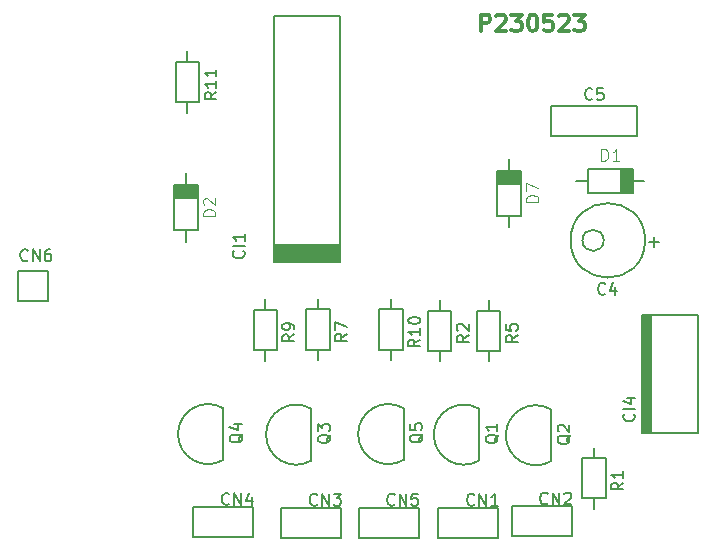
<source format=gbr>
G04 #@! TF.GenerationSoftware,KiCad,Pcbnew,(5.1.2)-2*
G04 #@! TF.CreationDate,2023-06-26T22:41:16-03:00*
G04 #@! TF.ProjectId,PRJ230523 - Haste de led,50524a32-3330-4353-9233-202d20486173,rev?*
G04 #@! TF.SameCoordinates,Original*
G04 #@! TF.FileFunction,Legend,Top*
G04 #@! TF.FilePolarity,Positive*
%FSLAX46Y46*%
G04 Gerber Fmt 4.6, Leading zero omitted, Abs format (unit mm)*
G04 Created by KiCad (PCBNEW (5.1.2)-2) date 2023-06-26 22:41:16*
%MOMM*%
%LPD*%
G04 APERTURE LIST*
%ADD10C,0.300000*%
%ADD11C,0.100000*%
%ADD12C,0.200000*%
%ADD13C,0.180000*%
%ADD14C,0.150000*%
%ADD15C,0.120000*%
G04 APERTURE END LIST*
D10*
X149783333Y-83633333D02*
X149783333Y-82233333D01*
X150316666Y-82233333D01*
X150450000Y-82300000D01*
X150516666Y-82366666D01*
X150583333Y-82500000D01*
X150583333Y-82700000D01*
X150516666Y-82833333D01*
X150450000Y-82900000D01*
X150316666Y-82966666D01*
X149783333Y-82966666D01*
X151116666Y-82366666D02*
X151183333Y-82300000D01*
X151316666Y-82233333D01*
X151650000Y-82233333D01*
X151783333Y-82300000D01*
X151850000Y-82366666D01*
X151916666Y-82500000D01*
X151916666Y-82633333D01*
X151850000Y-82833333D01*
X151050000Y-83633333D01*
X151916666Y-83633333D01*
X152383333Y-82233333D02*
X153250000Y-82233333D01*
X152783333Y-82766666D01*
X152983333Y-82766666D01*
X153116666Y-82833333D01*
X153183333Y-82900000D01*
X153250000Y-83033333D01*
X153250000Y-83366666D01*
X153183333Y-83500000D01*
X153116666Y-83566666D01*
X152983333Y-83633333D01*
X152583333Y-83633333D01*
X152450000Y-83566666D01*
X152383333Y-83500000D01*
X154116666Y-82233333D02*
X154250000Y-82233333D01*
X154383333Y-82300000D01*
X154450000Y-82366666D01*
X154516666Y-82500000D01*
X154583333Y-82766666D01*
X154583333Y-83100000D01*
X154516666Y-83366666D01*
X154450000Y-83500000D01*
X154383333Y-83566666D01*
X154250000Y-83633333D01*
X154116666Y-83633333D01*
X153983333Y-83566666D01*
X153916666Y-83500000D01*
X153850000Y-83366666D01*
X153783333Y-83100000D01*
X153783333Y-82766666D01*
X153850000Y-82500000D01*
X153916666Y-82366666D01*
X153983333Y-82300000D01*
X154116666Y-82233333D01*
X155850000Y-82233333D02*
X155183333Y-82233333D01*
X155116666Y-82900000D01*
X155183333Y-82833333D01*
X155316666Y-82766666D01*
X155650000Y-82766666D01*
X155783333Y-82833333D01*
X155850000Y-82900000D01*
X155916666Y-83033333D01*
X155916666Y-83366666D01*
X155850000Y-83500000D01*
X155783333Y-83566666D01*
X155650000Y-83633333D01*
X155316666Y-83633333D01*
X155183333Y-83566666D01*
X155116666Y-83500000D01*
X156450000Y-82366666D02*
X156516666Y-82300000D01*
X156650000Y-82233333D01*
X156983333Y-82233333D01*
X157116666Y-82300000D01*
X157183333Y-82366666D01*
X157250000Y-82500000D01*
X157250000Y-82633333D01*
X157183333Y-82833333D01*
X156383333Y-83633333D01*
X157250000Y-83633333D01*
X157716666Y-82233333D02*
X158583333Y-82233333D01*
X158116666Y-82766666D01*
X158316666Y-82766666D01*
X158450000Y-82833333D01*
X158516666Y-82900000D01*
X158583333Y-83033333D01*
X158583333Y-83366666D01*
X158516666Y-83500000D01*
X158450000Y-83566666D01*
X158316666Y-83633333D01*
X157916666Y-83633333D01*
X157783333Y-83566666D01*
X157716666Y-83500000D01*
D11*
G36*
X137844000Y-101650000D02*
G01*
X137844000Y-103174000D01*
X132256000Y-103174000D01*
X132256000Y-101650000D01*
X137844000Y-101650000D01*
G37*
X137844000Y-101650000D02*
X137844000Y-103174000D01*
X132256000Y-103174000D01*
X132256000Y-101650000D01*
X137844000Y-101650000D01*
D12*
X132256000Y-82346000D02*
X137844000Y-82346000D01*
X132256000Y-103174000D02*
X137844000Y-103174000D01*
X137844000Y-103174000D02*
X137844000Y-82346000D01*
X132256000Y-82346000D02*
X132256000Y-103174000D01*
X128000000Y-119925000D02*
X128000000Y-115575000D01*
X127985923Y-119943633D02*
G75*
G02X127975000Y-115550000I-1285923J2193633D01*
G01*
X151220000Y-123980000D02*
X151220000Y-126520000D01*
X146140000Y-123980000D02*
X151220000Y-123980000D01*
X146140000Y-126520000D02*
X146140000Y-123980000D01*
X151220000Y-126520000D02*
X146140000Y-126520000D01*
X163700998Y-101350000D02*
G75*
G03X163700998Y-101350000I-3150499J0D01*
G01*
X160200001Y-101350000D02*
G75*
G03X160200001Y-101350000I-901388J0D01*
G01*
X155750000Y-90000000D02*
X163050000Y-90000000D01*
X163050000Y-90000000D02*
X163050000Y-92500000D01*
X163050000Y-92500000D02*
X155750000Y-92500000D01*
X155750000Y-92500000D02*
X155750000Y-90000000D01*
X163400000Y-117650000D02*
X168200000Y-117650000D01*
X168200000Y-117650000D02*
X168200000Y-107650000D01*
X168200000Y-107650000D02*
X163400000Y-107650000D01*
X163400000Y-107650000D02*
X163400000Y-117650000D01*
D11*
G36*
X164200000Y-107650000D02*
G01*
X164200000Y-117650000D01*
X163400000Y-117650000D01*
X163400000Y-107650000D01*
X164200000Y-107650000D01*
G37*
X164200000Y-107650000D02*
X164200000Y-117650000D01*
X163400000Y-117650000D01*
X163400000Y-107650000D01*
X164200000Y-107650000D01*
D12*
X157520000Y-126420000D02*
X152440000Y-126420000D01*
X152440000Y-126420000D02*
X152440000Y-123880000D01*
X152440000Y-123880000D02*
X157520000Y-123880000D01*
X157520000Y-123880000D02*
X157520000Y-126420000D01*
X137920000Y-126520000D02*
X132840000Y-126520000D01*
X132840000Y-126520000D02*
X132840000Y-123980000D01*
X132840000Y-123980000D02*
X137920000Y-123980000D01*
X137920000Y-123980000D02*
X137920000Y-126520000D01*
X130470000Y-123930000D02*
X130470000Y-126470000D01*
X125390000Y-123930000D02*
X130470000Y-123930000D01*
X125390000Y-126470000D02*
X125390000Y-123930000D01*
X130470000Y-126470000D02*
X125390000Y-126470000D01*
X144570000Y-123980000D02*
X144570000Y-126520000D01*
X139490000Y-123980000D02*
X144570000Y-123980000D01*
X139490000Y-126520000D02*
X139490000Y-123980000D01*
X144570000Y-126520000D02*
X139490000Y-126520000D01*
X110630000Y-103930000D02*
X113170000Y-103930000D01*
X113170000Y-103930000D02*
X113170000Y-106470000D01*
X113170000Y-106470000D02*
X110630000Y-106470000D01*
X110630000Y-106470000D02*
X110630000Y-103930000D01*
X158850000Y-96300000D02*
X157850000Y-96300000D01*
X162650000Y-96300000D02*
X163650000Y-96300000D01*
X162650000Y-97300000D02*
X158850000Y-97300000D01*
X158850000Y-97300000D02*
X158850000Y-95300000D01*
X162650000Y-95300000D02*
X158850000Y-95300000D01*
X162650000Y-95300000D02*
X162650000Y-97300000D01*
D11*
G36*
X161550000Y-95300000D02*
G01*
X162650000Y-95300000D01*
X162650000Y-97300000D01*
X161550000Y-97300000D01*
X161550000Y-95300000D01*
G37*
X161550000Y-95300000D02*
X162650000Y-95300000D01*
X162650000Y-97300000D01*
X161550000Y-97300000D01*
X161550000Y-95300000D01*
D12*
X124850000Y-100450000D02*
X124850000Y-101450000D01*
X124850000Y-96650000D02*
X124850000Y-95650000D01*
X125850000Y-96650000D02*
X125850000Y-100450000D01*
X125850000Y-100450000D02*
X123850000Y-100450000D01*
X123850000Y-96650000D02*
X123850000Y-100450000D01*
X123850000Y-96650000D02*
X125850000Y-96650000D01*
D11*
G36*
X123850000Y-97750000D02*
G01*
X123850000Y-96650000D01*
X125850000Y-96650000D01*
X125850000Y-97750000D01*
X123850000Y-97750000D01*
G37*
X123850000Y-97750000D02*
X123850000Y-96650000D01*
X125850000Y-96650000D01*
X125850000Y-97750000D01*
X123850000Y-97750000D01*
G36*
X151200000Y-96550000D02*
G01*
X151200000Y-95450000D01*
X153200000Y-95450000D01*
X153200000Y-96550000D01*
X151200000Y-96550000D01*
G37*
X151200000Y-96550000D02*
X151200000Y-95450000D01*
X153200000Y-95450000D01*
X153200000Y-96550000D01*
X151200000Y-96550000D01*
D12*
X151200000Y-95450000D02*
X153200000Y-95450000D01*
X151200000Y-95450000D02*
X151200000Y-99250000D01*
X153200000Y-99250000D02*
X151200000Y-99250000D01*
X153200000Y-95450000D02*
X153200000Y-99250000D01*
X152200000Y-95450000D02*
X152200000Y-94450000D01*
X152200000Y-99250000D02*
X152200000Y-100250000D01*
X149650000Y-119975000D02*
X149650000Y-115625000D01*
X149635923Y-119993633D02*
G75*
G02X149625000Y-115600000I-1285923J2193633D01*
G01*
X155735923Y-120043633D02*
G75*
G02X155725000Y-115650000I-1285923J2193633D01*
G01*
X155750000Y-120025000D02*
X155750000Y-115675000D01*
X135435923Y-119993633D02*
G75*
G02X135425000Y-115600000I-1285923J2193633D01*
G01*
X135450000Y-119975000D02*
X135450000Y-115625000D01*
X143250000Y-119925000D02*
X143250000Y-115575000D01*
X143235923Y-119943633D02*
G75*
G02X143225000Y-115550000I-1285923J2193633D01*
G01*
X159400000Y-123200000D02*
X159400000Y-124100000D01*
X159400000Y-119800000D02*
X159400000Y-118900000D01*
X160400000Y-123200000D02*
X160400000Y-119800000D01*
X158400000Y-123200000D02*
X160400000Y-123200000D01*
X158400000Y-119800000D02*
X158400000Y-123200000D01*
X160400000Y-119800000D02*
X158400000Y-119800000D01*
X146300000Y-110700000D02*
X146300000Y-111600000D01*
X146300000Y-107300000D02*
X146300000Y-106400000D01*
X147300000Y-110700000D02*
X147300000Y-107300000D01*
X145300000Y-110700000D02*
X147300000Y-110700000D01*
X145300000Y-107300000D02*
X145300000Y-110700000D01*
X147300000Y-107300000D02*
X145300000Y-107300000D01*
X151450000Y-107300000D02*
X149450000Y-107300000D01*
X149450000Y-107300000D02*
X149450000Y-110700000D01*
X149450000Y-110700000D02*
X151450000Y-110700000D01*
X151450000Y-110700000D02*
X151450000Y-107300000D01*
X150450000Y-107300000D02*
X150450000Y-106400000D01*
X150450000Y-110700000D02*
X150450000Y-111600000D01*
X136000000Y-110600000D02*
X136000000Y-111500000D01*
X136000000Y-107200000D02*
X136000000Y-106300000D01*
X137000000Y-110600000D02*
X137000000Y-107200000D01*
X135000000Y-110600000D02*
X137000000Y-110600000D01*
X135000000Y-107200000D02*
X135000000Y-110600000D01*
X137000000Y-107200000D02*
X135000000Y-107200000D01*
X132550000Y-107250000D02*
X130550000Y-107250000D01*
X130550000Y-107250000D02*
X130550000Y-110650000D01*
X130550000Y-110650000D02*
X132550000Y-110650000D01*
X132550000Y-110650000D02*
X132550000Y-107250000D01*
X131550000Y-107250000D02*
X131550000Y-106350000D01*
X131550000Y-110650000D02*
X131550000Y-111550000D01*
X143200000Y-107200000D02*
X141200000Y-107200000D01*
X141200000Y-107200000D02*
X141200000Y-110600000D01*
X141200000Y-110600000D02*
X143200000Y-110600000D01*
X143200000Y-110600000D02*
X143200000Y-107200000D01*
X142200000Y-107200000D02*
X142200000Y-106300000D01*
X142200000Y-110600000D02*
X142200000Y-111500000D01*
X125950000Y-86250000D02*
X123950000Y-86250000D01*
X123950000Y-86250000D02*
X123950000Y-89650000D01*
X123950000Y-89650000D02*
X125950000Y-89650000D01*
X125950000Y-89650000D02*
X125950000Y-86250000D01*
X124950000Y-86250000D02*
X124950000Y-85350000D01*
X124950000Y-89650000D02*
X124950000Y-90550000D01*
X129692142Y-102234476D02*
X129739761Y-102282095D01*
X129787380Y-102424952D01*
X129787380Y-102520190D01*
X129739761Y-102663047D01*
X129644523Y-102758285D01*
X129549285Y-102805904D01*
X129358809Y-102853523D01*
X129215952Y-102853523D01*
X129025476Y-102805904D01*
X128930238Y-102758285D01*
X128835000Y-102663047D01*
X128787380Y-102520190D01*
X128787380Y-102424952D01*
X128835000Y-102282095D01*
X128882619Y-102234476D01*
X129787380Y-101805904D02*
X128787380Y-101805904D01*
X129787380Y-100805904D02*
X129787380Y-101377333D01*
X129787380Y-101091619D02*
X128787380Y-101091619D01*
X128930238Y-101186857D01*
X129025476Y-101282095D01*
X129073095Y-101377333D01*
X129647619Y-117745238D02*
X129600000Y-117840476D01*
X129504761Y-117935714D01*
X129361904Y-118078571D01*
X129314285Y-118173809D01*
X129314285Y-118269047D01*
X129552380Y-118221428D02*
X129504761Y-118316666D01*
X129409523Y-118411904D01*
X129219047Y-118459523D01*
X128885714Y-118459523D01*
X128695238Y-118411904D01*
X128600000Y-118316666D01*
X128552380Y-118221428D01*
X128552380Y-118030952D01*
X128600000Y-117935714D01*
X128695238Y-117840476D01*
X128885714Y-117792857D01*
X129219047Y-117792857D01*
X129409523Y-117840476D01*
X129504761Y-117935714D01*
X129552380Y-118030952D01*
X129552380Y-118221428D01*
X128885714Y-116935714D02*
X129552380Y-116935714D01*
X128504761Y-117173809D02*
X129219047Y-117411904D01*
X129219047Y-116792857D01*
D13*
X149242523Y-123707142D02*
X149194904Y-123754761D01*
X149052047Y-123802380D01*
X148956809Y-123802380D01*
X148813952Y-123754761D01*
X148718714Y-123659523D01*
X148671095Y-123564285D01*
X148623476Y-123373809D01*
X148623476Y-123230952D01*
X148671095Y-123040476D01*
X148718714Y-122945238D01*
X148813952Y-122850000D01*
X148956809Y-122802380D01*
X149052047Y-122802380D01*
X149194904Y-122850000D01*
X149242523Y-122897619D01*
X149671095Y-123802380D02*
X149671095Y-122802380D01*
X150242523Y-123802380D01*
X150242523Y-122802380D01*
X151242523Y-123802380D02*
X150671095Y-123802380D01*
X150956809Y-123802380D02*
X150956809Y-122802380D01*
X150861571Y-122945238D01*
X150766333Y-123040476D01*
X150671095Y-123088095D01*
X160333333Y-105857142D02*
X160285714Y-105904761D01*
X160142857Y-105952380D01*
X160047619Y-105952380D01*
X159904761Y-105904761D01*
X159809523Y-105809523D01*
X159761904Y-105714285D01*
X159714285Y-105523809D01*
X159714285Y-105380952D01*
X159761904Y-105190476D01*
X159809523Y-105095238D01*
X159904761Y-105000000D01*
X160047619Y-104952380D01*
X160142857Y-104952380D01*
X160285714Y-105000000D01*
X160333333Y-105047619D01*
X161190476Y-105285714D02*
X161190476Y-105952380D01*
X160952380Y-104904761D02*
X160714285Y-105619047D01*
X161333333Y-105619047D01*
D14*
X163992857Y-101485714D02*
X164907142Y-101485714D01*
X164450000Y-101942857D02*
X164450000Y-101028571D01*
D13*
X159233333Y-89357142D02*
X159185714Y-89404761D01*
X159042857Y-89452380D01*
X158947619Y-89452380D01*
X158804761Y-89404761D01*
X158709523Y-89309523D01*
X158661904Y-89214285D01*
X158614285Y-89023809D01*
X158614285Y-88880952D01*
X158661904Y-88690476D01*
X158709523Y-88595238D01*
X158804761Y-88500000D01*
X158947619Y-88452380D01*
X159042857Y-88452380D01*
X159185714Y-88500000D01*
X159233333Y-88547619D01*
X160138095Y-88452380D02*
X159661904Y-88452380D01*
X159614285Y-88928571D01*
X159661904Y-88880952D01*
X159757142Y-88833333D01*
X159995238Y-88833333D01*
X160090476Y-88880952D01*
X160138095Y-88928571D01*
X160185714Y-89023809D01*
X160185714Y-89261904D01*
X160138095Y-89357142D01*
X160090476Y-89404761D01*
X159995238Y-89452380D01*
X159757142Y-89452380D01*
X159661904Y-89404761D01*
X159614285Y-89357142D01*
D12*
X162757142Y-116054761D02*
X162804761Y-116102380D01*
X162852380Y-116245238D01*
X162852380Y-116340476D01*
X162804761Y-116483333D01*
X162709523Y-116578571D01*
X162614285Y-116626190D01*
X162423809Y-116673809D01*
X162280952Y-116673809D01*
X162090476Y-116626190D01*
X161995238Y-116578571D01*
X161900000Y-116483333D01*
X161852380Y-116340476D01*
X161852380Y-116245238D01*
X161900000Y-116102380D01*
X161947619Y-116054761D01*
X162852380Y-115626190D02*
X161852380Y-115626190D01*
X162185714Y-114721428D02*
X162852380Y-114721428D01*
X161804761Y-114959523D02*
X162519047Y-115197619D01*
X162519047Y-114578571D01*
D13*
X155442523Y-123607142D02*
X155394904Y-123654761D01*
X155252047Y-123702380D01*
X155156809Y-123702380D01*
X155013952Y-123654761D01*
X154918714Y-123559523D01*
X154871095Y-123464285D01*
X154823476Y-123273809D01*
X154823476Y-123130952D01*
X154871095Y-122940476D01*
X154918714Y-122845238D01*
X155013952Y-122750000D01*
X155156809Y-122702380D01*
X155252047Y-122702380D01*
X155394904Y-122750000D01*
X155442523Y-122797619D01*
X155871095Y-123702380D02*
X155871095Y-122702380D01*
X156442523Y-123702380D01*
X156442523Y-122702380D01*
X156871095Y-122797619D02*
X156918714Y-122750000D01*
X157013952Y-122702380D01*
X157252047Y-122702380D01*
X157347285Y-122750000D01*
X157394904Y-122797619D01*
X157442523Y-122892857D01*
X157442523Y-122988095D01*
X157394904Y-123130952D01*
X156823476Y-123702380D01*
X157442523Y-123702380D01*
X135942523Y-123707142D02*
X135894904Y-123754761D01*
X135752047Y-123802380D01*
X135656809Y-123802380D01*
X135513952Y-123754761D01*
X135418714Y-123659523D01*
X135371095Y-123564285D01*
X135323476Y-123373809D01*
X135323476Y-123230952D01*
X135371095Y-123040476D01*
X135418714Y-122945238D01*
X135513952Y-122850000D01*
X135656809Y-122802380D01*
X135752047Y-122802380D01*
X135894904Y-122850000D01*
X135942523Y-122897619D01*
X136371095Y-123802380D02*
X136371095Y-122802380D01*
X136942523Y-123802380D01*
X136942523Y-122802380D01*
X137323476Y-122802380D02*
X137942523Y-122802380D01*
X137609190Y-123183333D01*
X137752047Y-123183333D01*
X137847285Y-123230952D01*
X137894904Y-123278571D01*
X137942523Y-123373809D01*
X137942523Y-123611904D01*
X137894904Y-123707142D01*
X137847285Y-123754761D01*
X137752047Y-123802380D01*
X137466333Y-123802380D01*
X137371095Y-123754761D01*
X137323476Y-123707142D01*
X128492523Y-123657142D02*
X128444904Y-123704761D01*
X128302047Y-123752380D01*
X128206809Y-123752380D01*
X128063952Y-123704761D01*
X127968714Y-123609523D01*
X127921095Y-123514285D01*
X127873476Y-123323809D01*
X127873476Y-123180952D01*
X127921095Y-122990476D01*
X127968714Y-122895238D01*
X128063952Y-122800000D01*
X128206809Y-122752380D01*
X128302047Y-122752380D01*
X128444904Y-122800000D01*
X128492523Y-122847619D01*
X128921095Y-123752380D02*
X128921095Y-122752380D01*
X129492523Y-123752380D01*
X129492523Y-122752380D01*
X130397285Y-123085714D02*
X130397285Y-123752380D01*
X130159190Y-122704761D02*
X129921095Y-123419047D01*
X130540142Y-123419047D01*
X142492523Y-123707142D02*
X142444904Y-123754761D01*
X142302047Y-123802380D01*
X142206809Y-123802380D01*
X142063952Y-123754761D01*
X141968714Y-123659523D01*
X141921095Y-123564285D01*
X141873476Y-123373809D01*
X141873476Y-123230952D01*
X141921095Y-123040476D01*
X141968714Y-122945238D01*
X142063952Y-122850000D01*
X142206809Y-122802380D01*
X142302047Y-122802380D01*
X142444904Y-122850000D01*
X142492523Y-122897619D01*
X142921095Y-123802380D02*
X142921095Y-122802380D01*
X143492523Y-123802380D01*
X143492523Y-122802380D01*
X144444904Y-122802380D02*
X143968714Y-122802380D01*
X143921095Y-123278571D01*
X143968714Y-123230952D01*
X144063952Y-123183333D01*
X144302047Y-123183333D01*
X144397285Y-123230952D01*
X144444904Y-123278571D01*
X144492523Y-123373809D01*
X144492523Y-123611904D01*
X144444904Y-123707142D01*
X144397285Y-123754761D01*
X144302047Y-123802380D01*
X144063952Y-123802380D01*
X143968714Y-123754761D01*
X143921095Y-123707142D01*
X111429523Y-103017142D02*
X111381904Y-103064761D01*
X111239047Y-103112380D01*
X111143809Y-103112380D01*
X111000952Y-103064761D01*
X110905714Y-102969523D01*
X110858095Y-102874285D01*
X110810476Y-102683809D01*
X110810476Y-102540952D01*
X110858095Y-102350476D01*
X110905714Y-102255238D01*
X111000952Y-102160000D01*
X111143809Y-102112380D01*
X111239047Y-102112380D01*
X111381904Y-102160000D01*
X111429523Y-102207619D01*
X111858095Y-103112380D02*
X111858095Y-102112380D01*
X112429523Y-103112380D01*
X112429523Y-102112380D01*
X113334285Y-102112380D02*
X113143809Y-102112380D01*
X113048571Y-102160000D01*
X113000952Y-102207619D01*
X112905714Y-102350476D01*
X112858095Y-102540952D01*
X112858095Y-102921904D01*
X112905714Y-103017142D01*
X112953333Y-103064761D01*
X113048571Y-103112380D01*
X113239047Y-103112380D01*
X113334285Y-103064761D01*
X113381904Y-103017142D01*
X113429523Y-102921904D01*
X113429523Y-102683809D01*
X113381904Y-102588571D01*
X113334285Y-102540952D01*
X113239047Y-102493333D01*
X113048571Y-102493333D01*
X112953333Y-102540952D01*
X112905714Y-102588571D01*
X112858095Y-102683809D01*
D15*
X160011904Y-94602380D02*
X160011904Y-93602380D01*
X160250000Y-93602380D01*
X160392857Y-93650000D01*
X160488095Y-93745238D01*
X160535714Y-93840476D01*
X160583333Y-94030952D01*
X160583333Y-94173809D01*
X160535714Y-94364285D01*
X160488095Y-94459523D01*
X160392857Y-94554761D01*
X160250000Y-94602380D01*
X160011904Y-94602380D01*
X161535714Y-94602380D02*
X160964285Y-94602380D01*
X161250000Y-94602380D02*
X161250000Y-93602380D01*
X161154761Y-93745238D01*
X161059523Y-93840476D01*
X160964285Y-93888095D01*
X127302380Y-99288095D02*
X126302380Y-99288095D01*
X126302380Y-99050000D01*
X126350000Y-98907142D01*
X126445238Y-98811904D01*
X126540476Y-98764285D01*
X126730952Y-98716666D01*
X126873809Y-98716666D01*
X127064285Y-98764285D01*
X127159523Y-98811904D01*
X127254761Y-98907142D01*
X127302380Y-99050000D01*
X127302380Y-99288095D01*
X126397619Y-98335714D02*
X126350000Y-98288095D01*
X126302380Y-98192857D01*
X126302380Y-97954761D01*
X126350000Y-97859523D01*
X126397619Y-97811904D01*
X126492857Y-97764285D01*
X126588095Y-97764285D01*
X126730952Y-97811904D01*
X127302380Y-98383333D01*
X127302380Y-97764285D01*
X154652380Y-98088095D02*
X153652380Y-98088095D01*
X153652380Y-97850000D01*
X153700000Y-97707142D01*
X153795238Y-97611904D01*
X153890476Y-97564285D01*
X154080952Y-97516666D01*
X154223809Y-97516666D01*
X154414285Y-97564285D01*
X154509523Y-97611904D01*
X154604761Y-97707142D01*
X154652380Y-97850000D01*
X154652380Y-98088095D01*
X153652380Y-97183333D02*
X153652380Y-96516666D01*
X154652380Y-96945238D01*
D12*
X151297619Y-117795238D02*
X151250000Y-117890476D01*
X151154761Y-117985714D01*
X151011904Y-118128571D01*
X150964285Y-118223809D01*
X150964285Y-118319047D01*
X151202380Y-118271428D02*
X151154761Y-118366666D01*
X151059523Y-118461904D01*
X150869047Y-118509523D01*
X150535714Y-118509523D01*
X150345238Y-118461904D01*
X150250000Y-118366666D01*
X150202380Y-118271428D01*
X150202380Y-118080952D01*
X150250000Y-117985714D01*
X150345238Y-117890476D01*
X150535714Y-117842857D01*
X150869047Y-117842857D01*
X151059523Y-117890476D01*
X151154761Y-117985714D01*
X151202380Y-118080952D01*
X151202380Y-118271428D01*
X151202380Y-116890476D02*
X151202380Y-117461904D01*
X151202380Y-117176190D02*
X150202380Y-117176190D01*
X150345238Y-117271428D01*
X150440476Y-117366666D01*
X150488095Y-117461904D01*
X157397619Y-117845238D02*
X157350000Y-117940476D01*
X157254761Y-118035714D01*
X157111904Y-118178571D01*
X157064285Y-118273809D01*
X157064285Y-118369047D01*
X157302380Y-118321428D02*
X157254761Y-118416666D01*
X157159523Y-118511904D01*
X156969047Y-118559523D01*
X156635714Y-118559523D01*
X156445238Y-118511904D01*
X156350000Y-118416666D01*
X156302380Y-118321428D01*
X156302380Y-118130952D01*
X156350000Y-118035714D01*
X156445238Y-117940476D01*
X156635714Y-117892857D01*
X156969047Y-117892857D01*
X157159523Y-117940476D01*
X157254761Y-118035714D01*
X157302380Y-118130952D01*
X157302380Y-118321428D01*
X156397619Y-117511904D02*
X156350000Y-117464285D01*
X156302380Y-117369047D01*
X156302380Y-117130952D01*
X156350000Y-117035714D01*
X156397619Y-116988095D01*
X156492857Y-116940476D01*
X156588095Y-116940476D01*
X156730952Y-116988095D01*
X157302380Y-117559523D01*
X157302380Y-116940476D01*
X137097619Y-117795238D02*
X137050000Y-117890476D01*
X136954761Y-117985714D01*
X136811904Y-118128571D01*
X136764285Y-118223809D01*
X136764285Y-118319047D01*
X137002380Y-118271428D02*
X136954761Y-118366666D01*
X136859523Y-118461904D01*
X136669047Y-118509523D01*
X136335714Y-118509523D01*
X136145238Y-118461904D01*
X136050000Y-118366666D01*
X136002380Y-118271428D01*
X136002380Y-118080952D01*
X136050000Y-117985714D01*
X136145238Y-117890476D01*
X136335714Y-117842857D01*
X136669047Y-117842857D01*
X136859523Y-117890476D01*
X136954761Y-117985714D01*
X137002380Y-118080952D01*
X137002380Y-118271428D01*
X136002380Y-117509523D02*
X136002380Y-116890476D01*
X136383333Y-117223809D01*
X136383333Y-117080952D01*
X136430952Y-116985714D01*
X136478571Y-116938095D01*
X136573809Y-116890476D01*
X136811904Y-116890476D01*
X136907142Y-116938095D01*
X136954761Y-116985714D01*
X137002380Y-117080952D01*
X137002380Y-117366666D01*
X136954761Y-117461904D01*
X136907142Y-117509523D01*
X144897619Y-117745238D02*
X144850000Y-117840476D01*
X144754761Y-117935714D01*
X144611904Y-118078571D01*
X144564285Y-118173809D01*
X144564285Y-118269047D01*
X144802380Y-118221428D02*
X144754761Y-118316666D01*
X144659523Y-118411904D01*
X144469047Y-118459523D01*
X144135714Y-118459523D01*
X143945238Y-118411904D01*
X143850000Y-118316666D01*
X143802380Y-118221428D01*
X143802380Y-118030952D01*
X143850000Y-117935714D01*
X143945238Y-117840476D01*
X144135714Y-117792857D01*
X144469047Y-117792857D01*
X144659523Y-117840476D01*
X144754761Y-117935714D01*
X144802380Y-118030952D01*
X144802380Y-118221428D01*
X143802380Y-116888095D02*
X143802380Y-117364285D01*
X144278571Y-117411904D01*
X144230952Y-117364285D01*
X144183333Y-117269047D01*
X144183333Y-117030952D01*
X144230952Y-116935714D01*
X144278571Y-116888095D01*
X144373809Y-116840476D01*
X144611904Y-116840476D01*
X144707142Y-116888095D01*
X144754761Y-116935714D01*
X144802380Y-117030952D01*
X144802380Y-117269047D01*
X144754761Y-117364285D01*
X144707142Y-117411904D01*
D13*
X161852380Y-121866666D02*
X161376190Y-122200000D01*
X161852380Y-122438095D02*
X160852380Y-122438095D01*
X160852380Y-122057142D01*
X160900000Y-121961904D01*
X160947619Y-121914285D01*
X161042857Y-121866666D01*
X161185714Y-121866666D01*
X161280952Y-121914285D01*
X161328571Y-121961904D01*
X161376190Y-122057142D01*
X161376190Y-122438095D01*
X161852380Y-120914285D02*
X161852380Y-121485714D01*
X161852380Y-121200000D02*
X160852380Y-121200000D01*
X160995238Y-121295238D01*
X161090476Y-121390476D01*
X161138095Y-121485714D01*
X148752380Y-109366666D02*
X148276190Y-109700000D01*
X148752380Y-109938095D02*
X147752380Y-109938095D01*
X147752380Y-109557142D01*
X147800000Y-109461904D01*
X147847619Y-109414285D01*
X147942857Y-109366666D01*
X148085714Y-109366666D01*
X148180952Y-109414285D01*
X148228571Y-109461904D01*
X148276190Y-109557142D01*
X148276190Y-109938095D01*
X147847619Y-108985714D02*
X147800000Y-108938095D01*
X147752380Y-108842857D01*
X147752380Y-108604761D01*
X147800000Y-108509523D01*
X147847619Y-108461904D01*
X147942857Y-108414285D01*
X148038095Y-108414285D01*
X148180952Y-108461904D01*
X148752380Y-109033333D01*
X148752380Y-108414285D01*
X152902380Y-109366666D02*
X152426190Y-109700000D01*
X152902380Y-109938095D02*
X151902380Y-109938095D01*
X151902380Y-109557142D01*
X151950000Y-109461904D01*
X151997619Y-109414285D01*
X152092857Y-109366666D01*
X152235714Y-109366666D01*
X152330952Y-109414285D01*
X152378571Y-109461904D01*
X152426190Y-109557142D01*
X152426190Y-109938095D01*
X151902380Y-108461904D02*
X151902380Y-108938095D01*
X152378571Y-108985714D01*
X152330952Y-108938095D01*
X152283333Y-108842857D01*
X152283333Y-108604761D01*
X152330952Y-108509523D01*
X152378571Y-108461904D01*
X152473809Y-108414285D01*
X152711904Y-108414285D01*
X152807142Y-108461904D01*
X152854761Y-108509523D01*
X152902380Y-108604761D01*
X152902380Y-108842857D01*
X152854761Y-108938095D01*
X152807142Y-108985714D01*
X138452380Y-109266666D02*
X137976190Y-109600000D01*
X138452380Y-109838095D02*
X137452380Y-109838095D01*
X137452380Y-109457142D01*
X137500000Y-109361904D01*
X137547619Y-109314285D01*
X137642857Y-109266666D01*
X137785714Y-109266666D01*
X137880952Y-109314285D01*
X137928571Y-109361904D01*
X137976190Y-109457142D01*
X137976190Y-109838095D01*
X137452380Y-108933333D02*
X137452380Y-108266666D01*
X138452380Y-108695238D01*
X134002380Y-109316666D02*
X133526190Y-109650000D01*
X134002380Y-109888095D02*
X133002380Y-109888095D01*
X133002380Y-109507142D01*
X133050000Y-109411904D01*
X133097619Y-109364285D01*
X133192857Y-109316666D01*
X133335714Y-109316666D01*
X133430952Y-109364285D01*
X133478571Y-109411904D01*
X133526190Y-109507142D01*
X133526190Y-109888095D01*
X134002380Y-108840476D02*
X134002380Y-108650000D01*
X133954761Y-108554761D01*
X133907142Y-108507142D01*
X133764285Y-108411904D01*
X133573809Y-108364285D01*
X133192857Y-108364285D01*
X133097619Y-108411904D01*
X133050000Y-108459523D01*
X133002380Y-108554761D01*
X133002380Y-108745238D01*
X133050000Y-108840476D01*
X133097619Y-108888095D01*
X133192857Y-108935714D01*
X133430952Y-108935714D01*
X133526190Y-108888095D01*
X133573809Y-108840476D01*
X133621428Y-108745238D01*
X133621428Y-108554761D01*
X133573809Y-108459523D01*
X133526190Y-108411904D01*
X133430952Y-108364285D01*
X144652380Y-109742857D02*
X144176190Y-110076190D01*
X144652380Y-110314285D02*
X143652380Y-110314285D01*
X143652380Y-109933333D01*
X143700000Y-109838095D01*
X143747619Y-109790476D01*
X143842857Y-109742857D01*
X143985714Y-109742857D01*
X144080952Y-109790476D01*
X144128571Y-109838095D01*
X144176190Y-109933333D01*
X144176190Y-110314285D01*
X144652380Y-108790476D02*
X144652380Y-109361904D01*
X144652380Y-109076190D02*
X143652380Y-109076190D01*
X143795238Y-109171428D01*
X143890476Y-109266666D01*
X143938095Y-109361904D01*
X143652380Y-108171428D02*
X143652380Y-108076190D01*
X143700000Y-107980952D01*
X143747619Y-107933333D01*
X143842857Y-107885714D01*
X144033333Y-107838095D01*
X144271428Y-107838095D01*
X144461904Y-107885714D01*
X144557142Y-107933333D01*
X144604761Y-107980952D01*
X144652380Y-108076190D01*
X144652380Y-108171428D01*
X144604761Y-108266666D01*
X144557142Y-108314285D01*
X144461904Y-108361904D01*
X144271428Y-108409523D01*
X144033333Y-108409523D01*
X143842857Y-108361904D01*
X143747619Y-108314285D01*
X143700000Y-108266666D01*
X143652380Y-108171428D01*
X127402380Y-88792857D02*
X126926190Y-89126190D01*
X127402380Y-89364285D02*
X126402380Y-89364285D01*
X126402380Y-88983333D01*
X126450000Y-88888095D01*
X126497619Y-88840476D01*
X126592857Y-88792857D01*
X126735714Y-88792857D01*
X126830952Y-88840476D01*
X126878571Y-88888095D01*
X126926190Y-88983333D01*
X126926190Y-89364285D01*
X127402380Y-87840476D02*
X127402380Y-88411904D01*
X127402380Y-88126190D02*
X126402380Y-88126190D01*
X126545238Y-88221428D01*
X126640476Y-88316666D01*
X126688095Y-88411904D01*
X127402380Y-86888095D02*
X127402380Y-87459523D01*
X127402380Y-87173809D02*
X126402380Y-87173809D01*
X126545238Y-87269047D01*
X126640476Y-87364285D01*
X126688095Y-87459523D01*
M02*

</source>
